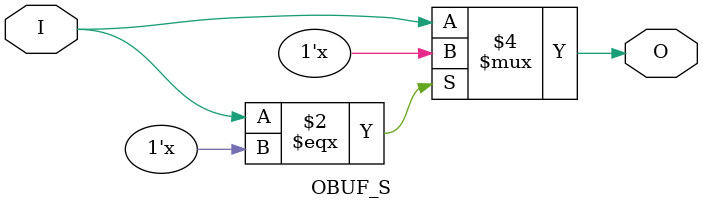
<source format=v>

/*

FUNCTION	: OUTPUT BUFFER

*/

`timescale  100 ps / 10 ps

`celldefine

module OBUF_S (O, I);


    output O;
    reg    O;

    input  I;

    always @(I)
	if (I === 1'bz)
	   #1 O = 1'bz;
	else
	   #1 O = I;

    specify
    endspecify

endmodule

`endcelldefine

</source>
